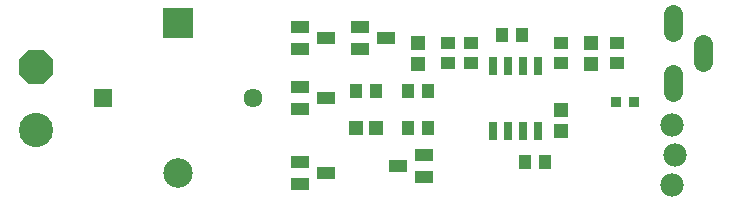
<source format=gts>
G75*
%MOIN*%
%OFA0B0*%
%FSLAX25Y25*%
%IPPOS*%
%LPD*%
%AMOC8*
5,1,8,0,0,1.08239X$1,22.5*
%
%ADD10R,0.04652X0.04534*%
%ADD11R,0.04534X0.04652*%
%ADD12R,0.04731X0.04337*%
%ADD13R,0.02800X0.06400*%
%ADD14R,0.04337X0.04731*%
%ADD15R,0.05912X0.04337*%
%ADD16C,0.06400*%
%ADD17R,0.03550X0.03550*%
%ADD18R,0.06337X0.06337*%
%ADD19C,0.06337*%
%ADD20R,0.09849X0.09849*%
%ADD21C,0.09849*%
%ADD22OC8,0.11400*%
%ADD23C,0.11400*%
%ADD24C,0.07800*%
D10*
X0168300Y0053155D03*
X0168300Y0060045D03*
X0225800Y0060045D03*
X0225800Y0053155D03*
X0215800Y0037545D03*
X0215800Y0030655D03*
D11*
X0154245Y0031600D03*
X0147355Y0031600D03*
D12*
X0178300Y0053254D03*
X0185800Y0053254D03*
X0185800Y0059946D03*
X0178300Y0059946D03*
X0215800Y0059946D03*
X0234550Y0059946D03*
X0234550Y0053254D03*
X0215800Y0053254D03*
D13*
X0208300Y0052400D03*
X0203300Y0052400D03*
X0198300Y0052400D03*
X0193300Y0052400D03*
X0193300Y0030800D03*
X0198300Y0030800D03*
X0203300Y0030800D03*
X0208300Y0030800D03*
D14*
X0210396Y0020350D03*
X0203704Y0020350D03*
X0171646Y0031600D03*
X0164954Y0031600D03*
X0164954Y0044100D03*
X0171646Y0044100D03*
X0154146Y0044100D03*
X0147454Y0044100D03*
X0196204Y0062850D03*
X0202896Y0062850D03*
D15*
X0157631Y0061600D03*
X0148969Y0065340D03*
X0137631Y0061600D03*
X0128969Y0065340D03*
X0128969Y0057860D03*
X0148969Y0057860D03*
X0128969Y0045340D03*
X0137631Y0041600D03*
X0128969Y0037860D03*
X0170131Y0022840D03*
X0161469Y0019100D03*
X0170131Y0015360D03*
X0137631Y0016600D03*
X0128969Y0012860D03*
X0128969Y0020340D03*
D16*
X0253300Y0043600D02*
X0253300Y0049600D01*
X0263300Y0053600D02*
X0263300Y0059600D01*
X0253300Y0063600D02*
X0253300Y0069600D01*
D17*
X0240003Y0040350D03*
X0234097Y0040350D03*
D18*
X0063300Y0041600D03*
D19*
X0113300Y0041600D03*
D20*
X0088300Y0066600D03*
D21*
X0088300Y0016600D03*
D22*
X0040800Y0052100D03*
D23*
X0040800Y0031100D03*
D24*
X0252800Y0032850D03*
X0253800Y0022850D03*
X0252800Y0012850D03*
M02*

</source>
